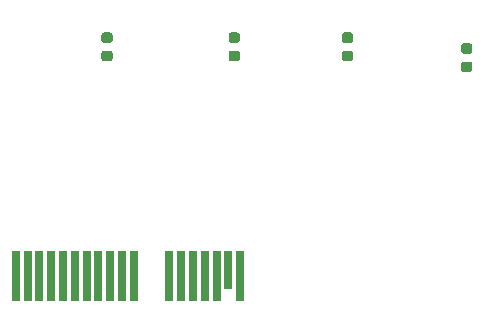
<source format=gbr>
G04 #@! TF.GenerationSoftware,KiCad,Pcbnew,(5.1.8)-1*
G04 #@! TF.CreationDate,2021-09-22T18:05:39+08:00*
G04 #@! TF.ProjectId,PowerSupply,506f7765-7253-4757-9070-6c792e6b6963,rev?*
G04 #@! TF.SameCoordinates,PX5e56640PY77750e0*
G04 #@! TF.FileFunction,Soldermask,Top*
G04 #@! TF.FilePolarity,Negative*
%FSLAX46Y46*%
G04 Gerber Fmt 4.6, Leading zero omitted, Abs format (unit mm)*
G04 Created by KiCad (PCBNEW (5.1.8)-1) date 2021-09-22 18:05:39*
%MOMM*%
%LPD*%
G01*
G04 APERTURE LIST*
%ADD10R,0.700000X4.300000*%
%ADD11R,0.700000X3.200000*%
G04 APERTURE END LIST*
D10*
G04 #@! TO.C,PCI1*
X27050000Y5050000D03*
X26050000Y5050000D03*
X32050000Y5050000D03*
D11*
X31050000Y5600000D03*
D10*
X30050000Y5050000D03*
X29050000Y5050000D03*
X28050000Y5050000D03*
X23050000Y5050000D03*
X22050000Y5050000D03*
X21050000Y5050000D03*
X20050000Y5050000D03*
X19050000Y5050000D03*
X18050000Y5050000D03*
X17050000Y5050000D03*
X16050000Y5050000D03*
X15050000Y5050000D03*
X14050000Y5050000D03*
X13050000Y5050000D03*
G04 #@! TD*
G04 #@! TO.C,C27*
G36*
G01*
X20530000Y24145000D02*
X21030000Y24145000D01*
G75*
G02*
X21255000Y23920000I0J-225000D01*
G01*
X21255000Y23470000D01*
G75*
G02*
X21030000Y23245000I-225000J0D01*
G01*
X20530000Y23245000D01*
G75*
G02*
X20305000Y23470000I0J225000D01*
G01*
X20305000Y23920000D01*
G75*
G02*
X20530000Y24145000I225000J0D01*
G01*
G37*
G36*
G01*
X20530000Y25695000D02*
X21030000Y25695000D01*
G75*
G02*
X21255000Y25470000I0J-225000D01*
G01*
X21255000Y25020000D01*
G75*
G02*
X21030000Y24795000I-225000J0D01*
G01*
X20530000Y24795000D01*
G75*
G02*
X20305000Y25020000I0J225000D01*
G01*
X20305000Y25470000D01*
G75*
G02*
X20530000Y25695000I225000J0D01*
G01*
G37*
G04 #@! TD*
G04 #@! TO.C,C25*
G36*
G01*
X31300000Y24145000D02*
X31800000Y24145000D01*
G75*
G02*
X32025000Y23920000I0J-225000D01*
G01*
X32025000Y23470000D01*
G75*
G02*
X31800000Y23245000I-225000J0D01*
G01*
X31300000Y23245000D01*
G75*
G02*
X31075000Y23470000I0J225000D01*
G01*
X31075000Y23920000D01*
G75*
G02*
X31300000Y24145000I225000J0D01*
G01*
G37*
G36*
G01*
X31300000Y25695000D02*
X31800000Y25695000D01*
G75*
G02*
X32025000Y25470000I0J-225000D01*
G01*
X32025000Y25020000D01*
G75*
G02*
X31800000Y24795000I-225000J0D01*
G01*
X31300000Y24795000D01*
G75*
G02*
X31075000Y25020000I0J225000D01*
G01*
X31075000Y25470000D01*
G75*
G02*
X31300000Y25695000I225000J0D01*
G01*
G37*
G04 #@! TD*
G04 #@! TO.C,C11*
G36*
G01*
X40890000Y24145000D02*
X41390000Y24145000D01*
G75*
G02*
X41615000Y23920000I0J-225000D01*
G01*
X41615000Y23470000D01*
G75*
G02*
X41390000Y23245000I-225000J0D01*
G01*
X40890000Y23245000D01*
G75*
G02*
X40665000Y23470000I0J225000D01*
G01*
X40665000Y23920000D01*
G75*
G02*
X40890000Y24145000I225000J0D01*
G01*
G37*
G36*
G01*
X40890000Y25695000D02*
X41390000Y25695000D01*
G75*
G02*
X41615000Y25470000I0J-225000D01*
G01*
X41615000Y25020000D01*
G75*
G02*
X41390000Y24795000I-225000J0D01*
G01*
X40890000Y24795000D01*
G75*
G02*
X40665000Y25020000I0J225000D01*
G01*
X40665000Y25470000D01*
G75*
G02*
X40890000Y25695000I225000J0D01*
G01*
G37*
G04 #@! TD*
G04 #@! TO.C,C9*
G36*
G01*
X50980000Y23225000D02*
X51480000Y23225000D01*
G75*
G02*
X51705000Y23000000I0J-225000D01*
G01*
X51705000Y22550000D01*
G75*
G02*
X51480000Y22325000I-225000J0D01*
G01*
X50980000Y22325000D01*
G75*
G02*
X50755000Y22550000I0J225000D01*
G01*
X50755000Y23000000D01*
G75*
G02*
X50980000Y23225000I225000J0D01*
G01*
G37*
G36*
G01*
X50980000Y24775000D02*
X51480000Y24775000D01*
G75*
G02*
X51705000Y24550000I0J-225000D01*
G01*
X51705000Y24100000D01*
G75*
G02*
X51480000Y23875000I-225000J0D01*
G01*
X50980000Y23875000D01*
G75*
G02*
X50755000Y24100000I0J225000D01*
G01*
X50755000Y24550000D01*
G75*
G02*
X50980000Y24775000I225000J0D01*
G01*
G37*
G04 #@! TD*
M02*

</source>
